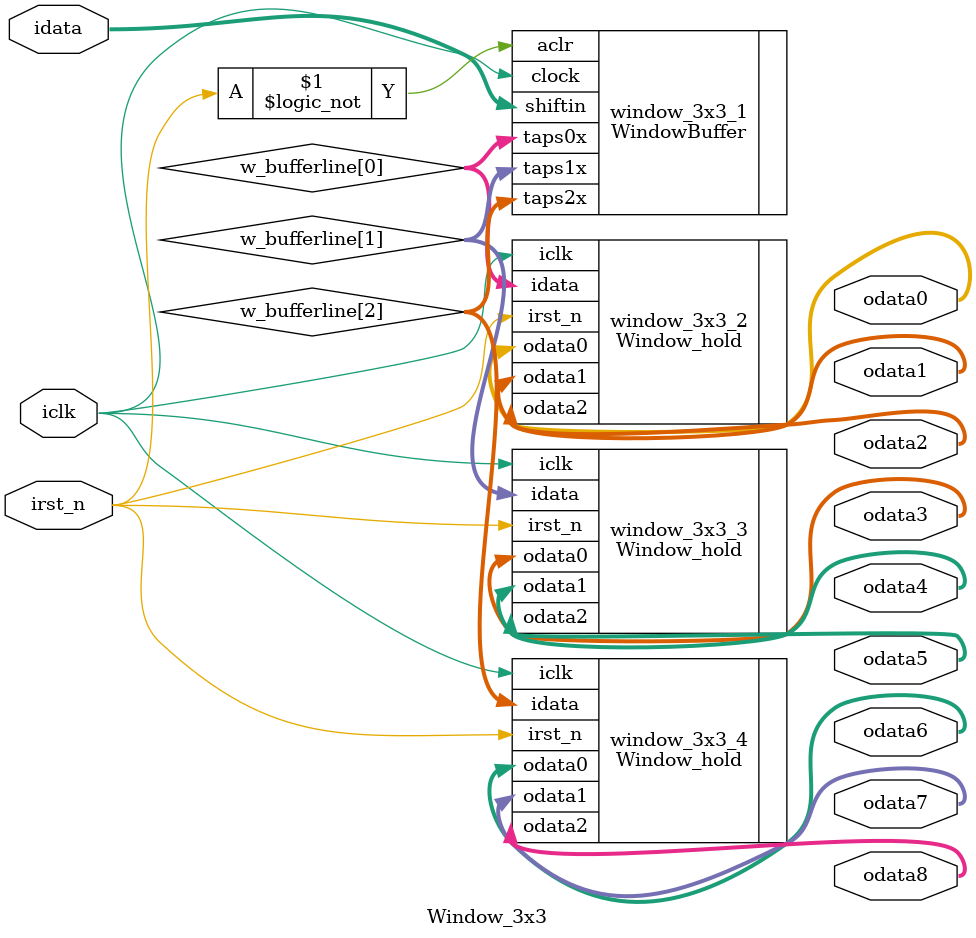
<source format=v>
`timescale 1 ps / 1 ps

module Window_3x3 (
	input            iclk,
	input       		  	irst_n,
	input			[8:0]   	idata,
	output	 [8:0]   	odata0,
	output		[8:0]   	odata1,
	output		[8:0]  	 odata2,
	output		[8:0]  	 odata3,
	output		[8:0]  	 odata4,
	output		[8:0]  	 odata5,
	output		[8:0]  	 odata6,
	output		[8:0]  	 odata7,
	output		[8:0]  	 odata8
);

wire	[8:0]	w_bufferline[2:0]; 

WindowBuffer window_3x3_1(
	.aclr(!irst_n),
	.clock(iclk),
	.shiftin(idata),
	.taps0x(w_bufferline[0]),
	.taps1x(w_bufferline[1]),
	.taps2x(w_bufferline[2])
);

Window_hold window_3x3_2(
	.iclk(iclk),
	.irst_n(irst_n),
	.idata(w_bufferline[0]),
	.odata0(odata0),
	.odata1(odata1),
	.odata2(odata2)
);

Window_hold window_3x3_3(
	.iclk(iclk),
	.irst_n(irst_n),
	.idata(w_bufferline[1]),
	.odata0(odata3),
	.odata1(odata4),
	.odata2(odata5)
);

Window_hold window_3x3_4(
	.iclk(iclk),
	.irst_n(irst_n),
	.idata(w_bufferline[2]),
	.odata0(odata6),
	.odata1(odata7),
	.odata2(odata8)
);

endmodule 
</source>
